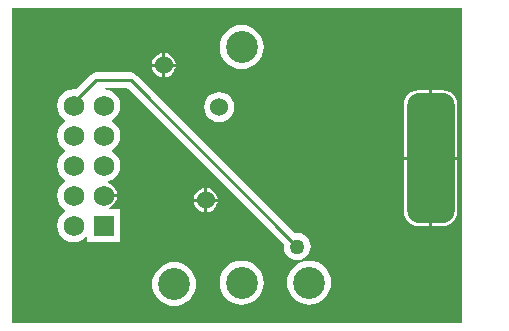
<source format=gbl>
G04 Layer_Physical_Order=2*
G04 Layer_Color=16711680*
%FSLAX25Y25*%
%MOIN*%
G70*
G01*
G75*
%ADD17C,0.01000*%
%ADD18C,0.06000*%
G04:AMPARAMS|DCode=19|XSize=433.07mil|YSize=157.48mil|CornerRadius=39.37mil|HoleSize=0mil|Usage=FLASHONLY|Rotation=90.000|XOffset=0mil|YOffset=0mil|HoleType=Round|Shape=RoundedRectangle|*
%AMROUNDEDRECTD19*
21,1,0.43307,0.07874,0,0,90.0*
21,1,0.35433,0.15748,0,0,90.0*
1,1,0.07874,0.03937,0.17717*
1,1,0.07874,0.03937,-0.17717*
1,1,0.07874,-0.03937,-0.17717*
1,1,0.07874,-0.03937,0.17717*
%
%ADD19ROUNDEDRECTD19*%
%ADD20C,0.10630*%
%ADD21R,0.06890X0.06890*%
%ADD22C,0.06890*%
%ADD23C,0.05000*%
G36*
X272500Y137500D02*
X122500D01*
Y242500D01*
X272500D01*
Y137500D01*
D02*
G37*
%LPC*%
G36*
X173500Y227469D02*
Y224000D01*
X176969D01*
X176897Y224544D01*
X176494Y225517D01*
X175853Y226353D01*
X175017Y226994D01*
X174044Y227397D01*
X173500Y227469D01*
D02*
G37*
G36*
X172500D02*
X171956Y227397D01*
X170983Y226994D01*
X170147Y226353D01*
X169506Y225517D01*
X169103Y224544D01*
X169031Y224000D01*
X172500D01*
Y227469D01*
D02*
G37*
G36*
X199000Y236850D02*
X197566Y236709D01*
X196187Y236291D01*
X194916Y235612D01*
X193802Y234698D01*
X192888Y233584D01*
X192209Y232313D01*
X191791Y230934D01*
X191650Y229500D01*
X191791Y228066D01*
X192209Y226687D01*
X192888Y225416D01*
X193802Y224303D01*
X194916Y223388D01*
X196187Y222709D01*
X197566Y222291D01*
X199000Y222150D01*
X200434Y222291D01*
X201813Y222709D01*
X203084Y223388D01*
X204198Y224303D01*
X205112Y225416D01*
X205791Y226687D01*
X206209Y228066D01*
X206350Y229500D01*
X206209Y230934D01*
X205791Y232313D01*
X205112Y233584D01*
X204198Y234698D01*
X203084Y235612D01*
X201813Y236291D01*
X200434Y236709D01*
X199000Y236850D01*
D02*
G37*
G36*
X176969Y223000D02*
X173500D01*
Y219531D01*
X174044Y219603D01*
X175017Y220006D01*
X175853Y220647D01*
X176494Y221483D01*
X176897Y222456D01*
X176969Y223000D01*
D02*
G37*
G36*
X172500D02*
X169031D01*
X169103Y222456D01*
X169506Y221483D01*
X170147Y220647D01*
X170983Y220006D01*
X171956Y219603D01*
X172500Y219531D01*
Y223000D01*
D02*
G37*
G36*
X191500Y214543D02*
X190195Y214371D01*
X188978Y213867D01*
X187934Y213066D01*
X187133Y212022D01*
X186629Y210805D01*
X186457Y209500D01*
X186629Y208195D01*
X187133Y206978D01*
X187934Y205934D01*
X188978Y205133D01*
X190195Y204629D01*
X191500Y204457D01*
X192805Y204629D01*
X194022Y205133D01*
X195066Y205934D01*
X195868Y206978D01*
X196371Y208195D01*
X196543Y209500D01*
X196371Y210805D01*
X195868Y212022D01*
X195066Y213066D01*
X194022Y213867D01*
X192805Y214371D01*
X191500Y214543D01*
D02*
G37*
G36*
X265937Y215196D02*
X262500D01*
Y193000D01*
X270917D01*
Y210216D01*
X270747Y211505D01*
X270250Y212706D01*
X269458Y213738D01*
X268427Y214529D01*
X267226Y215026D01*
X265937Y215196D01*
D02*
G37*
G36*
X261500D02*
X258063D01*
X256774Y215026D01*
X255573Y214529D01*
X254542Y213738D01*
X253750Y212706D01*
X253253Y211505D01*
X253083Y210216D01*
Y193000D01*
X261500D01*
Y215196D01*
D02*
G37*
G36*
X187500Y182469D02*
Y179000D01*
X190969D01*
X190897Y179544D01*
X190494Y180517D01*
X189853Y181353D01*
X189017Y181994D01*
X188044Y182397D01*
X187500Y182469D01*
D02*
G37*
G36*
X186500D02*
X185956Y182397D01*
X184983Y181994D01*
X184147Y181353D01*
X183506Y180517D01*
X183103Y179544D01*
X183031Y179000D01*
X186500D01*
Y182469D01*
D02*
G37*
G36*
X190969Y178000D02*
X187500D01*
Y174531D01*
X188044Y174603D01*
X189017Y175006D01*
X189853Y175647D01*
X190494Y176483D01*
X190897Y177456D01*
X190969Y178000D01*
D02*
G37*
G36*
X186500D02*
X183031D01*
X183103Y177456D01*
X183506Y176483D01*
X184147Y175647D01*
X184983Y175006D01*
X185956Y174603D01*
X186500Y174531D01*
Y178000D01*
D02*
G37*
G36*
X270917Y192000D02*
X262500D01*
Y169804D01*
X265937D01*
X267226Y169974D01*
X268427Y170471D01*
X269458Y171262D01*
X270250Y172294D01*
X270747Y173495D01*
X270917Y174784D01*
Y192000D01*
D02*
G37*
G36*
X261500D02*
X253083D01*
Y174784D01*
X253253Y173495D01*
X253750Y172294D01*
X254542Y171262D01*
X255573Y170471D01*
X256774Y169974D01*
X258063Y169804D01*
X261500D01*
Y192000D01*
D02*
G37*
G36*
X162000Y221049D02*
X150500D01*
X149524Y220855D01*
X148698Y220302D01*
X143784Y215389D01*
X143000Y215492D01*
X141579Y215305D01*
X140254Y214756D01*
X139117Y213883D01*
X138244Y212746D01*
X137695Y211421D01*
X137508Y210000D01*
X137695Y208579D01*
X138244Y207254D01*
X139117Y206117D01*
X140209Y205279D01*
X140241Y205000D01*
X140209Y204721D01*
X139117Y203883D01*
X138244Y202746D01*
X137695Y201421D01*
X137508Y200000D01*
X137695Y198579D01*
X138244Y197254D01*
X139117Y196117D01*
X140209Y195279D01*
X140241Y195000D01*
X140209Y194721D01*
X139117Y193883D01*
X138244Y192746D01*
X137695Y191421D01*
X137508Y190000D01*
X137695Y188579D01*
X138244Y187254D01*
X139117Y186117D01*
X140209Y185279D01*
X140241Y185000D01*
X140209Y184721D01*
X139117Y183883D01*
X138244Y182746D01*
X137695Y181421D01*
X137508Y180000D01*
X137695Y178579D01*
X138244Y177254D01*
X139117Y176117D01*
X140209Y175279D01*
X140241Y175000D01*
X140209Y174721D01*
X139117Y173883D01*
X138244Y172746D01*
X137695Y171421D01*
X137508Y170000D01*
X137695Y168579D01*
X138244Y167254D01*
X139117Y166117D01*
X140254Y165244D01*
X141579Y164695D01*
X143000Y164508D01*
X144421Y164695D01*
X145746Y165244D01*
X146883Y166117D01*
X147082Y166375D01*
X147555Y166214D01*
Y164555D01*
X158445D01*
Y175445D01*
X154925D01*
X154825Y175945D01*
X155242Y176117D01*
X156170Y176830D01*
X156883Y177758D01*
X157331Y178840D01*
X157417Y179500D01*
X153000D01*
Y180500D01*
X157417D01*
X157331Y181160D01*
X156883Y182242D01*
X156170Y183170D01*
X155242Y183883D01*
X154479Y184198D01*
X154447Y184472D01*
X154504Y184729D01*
X155746Y185244D01*
X156883Y186117D01*
X157756Y187254D01*
X158305Y188579D01*
X158492Y190000D01*
X158305Y191421D01*
X157756Y192746D01*
X156883Y193883D01*
X155791Y194721D01*
X155759Y195000D01*
X155791Y195279D01*
X156883Y196117D01*
X157756Y197254D01*
X158305Y198579D01*
X158492Y200000D01*
X158305Y201421D01*
X157756Y202746D01*
X156883Y203883D01*
X155791Y204721D01*
X155759Y205000D01*
X155791Y205279D01*
X156883Y206117D01*
X157756Y207254D01*
X158305Y208579D01*
X158492Y210000D01*
X158305Y211421D01*
X157756Y212746D01*
X156883Y213883D01*
X155746Y214756D01*
X154421Y215305D01*
X153310Y215451D01*
X153343Y215951D01*
X160944D01*
X213070Y163825D01*
X212961Y163000D01*
X213116Y161825D01*
X213569Y160731D01*
X214291Y159791D01*
X215231Y159069D01*
X216325Y158616D01*
X217500Y158461D01*
X218675Y158616D01*
X219769Y159069D01*
X220709Y159791D01*
X221431Y160731D01*
X221884Y161825D01*
X222039Y163000D01*
X221884Y164175D01*
X221431Y165269D01*
X220709Y166209D01*
X219769Y166931D01*
X218675Y167384D01*
X217500Y167539D01*
X216675Y167430D01*
X163802Y220302D01*
X162976Y220855D01*
X162000Y221049D01*
D02*
G37*
G36*
X221500Y158350D02*
X220066Y158209D01*
X218687Y157791D01*
X217416Y157112D01*
X216302Y156198D01*
X215388Y155084D01*
X214709Y153813D01*
X214291Y152434D01*
X214150Y151000D01*
X214291Y149566D01*
X214709Y148187D01*
X215388Y146916D01*
X216302Y145802D01*
X217416Y144888D01*
X218687Y144209D01*
X220066Y143791D01*
X221500Y143650D01*
X222934Y143791D01*
X224313Y144209D01*
X225584Y144888D01*
X226697Y145802D01*
X227612Y146916D01*
X228291Y148187D01*
X228709Y149566D01*
X228850Y151000D01*
X228709Y152434D01*
X228291Y153813D01*
X227612Y155084D01*
X226697Y156198D01*
X225584Y157112D01*
X224313Y157791D01*
X222934Y158209D01*
X221500Y158350D01*
D02*
G37*
G36*
X199000D02*
X197566Y158209D01*
X196187Y157791D01*
X194916Y157112D01*
X193802Y156198D01*
X192888Y155084D01*
X192209Y153813D01*
X191791Y152434D01*
X191650Y151000D01*
X191791Y149566D01*
X192209Y148187D01*
X192888Y146916D01*
X193802Y145802D01*
X194916Y144888D01*
X196187Y144209D01*
X197566Y143791D01*
X199000Y143650D01*
X200434Y143791D01*
X201813Y144209D01*
X203084Y144888D01*
X204198Y145802D01*
X205112Y146916D01*
X205791Y148187D01*
X206209Y149566D01*
X206350Y151000D01*
X206209Y152434D01*
X205791Y153813D01*
X205112Y155084D01*
X204198Y156198D01*
X203084Y157112D01*
X201813Y157791D01*
X200434Y158209D01*
X199000Y158350D01*
D02*
G37*
G36*
X176500Y157850D02*
X175066Y157709D01*
X173687Y157291D01*
X172416Y156612D01*
X171302Y155698D01*
X170388Y154584D01*
X169709Y153313D01*
X169291Y151934D01*
X169150Y150500D01*
X169291Y149066D01*
X169709Y147687D01*
X170388Y146416D01*
X171302Y145302D01*
X172416Y144388D01*
X173687Y143709D01*
X175066Y143291D01*
X176500Y143150D01*
X177934Y143291D01*
X179313Y143709D01*
X180584Y144388D01*
X181697Y145302D01*
X182612Y146416D01*
X183291Y147687D01*
X183709Y149066D01*
X183850Y150500D01*
X183709Y151934D01*
X183291Y153313D01*
X182612Y154584D01*
X181697Y155698D01*
X180584Y156612D01*
X179313Y157291D01*
X177934Y157709D01*
X176500Y157850D01*
D02*
G37*
%LPD*%
D17*
X150500Y218500D02*
X162000D01*
X217500Y163000D01*
X144500Y212500D02*
X150500Y218500D01*
X144500Y209992D02*
Y212500D01*
D18*
X187000Y178500D02*
D03*
X191500Y209500D02*
D03*
X173000Y223500D02*
D03*
D19*
X262000Y192500D02*
D03*
D20*
X199000Y229500D02*
D03*
X221500Y151000D02*
D03*
X199000D02*
D03*
X176500Y150500D02*
D03*
D21*
X153000Y170000D02*
D03*
D22*
Y180000D02*
D03*
Y190000D02*
D03*
Y200000D02*
D03*
Y210000D02*
D03*
X143000Y170000D02*
D03*
Y180000D02*
D03*
Y190000D02*
D03*
Y200000D02*
D03*
Y210000D02*
D03*
D23*
X217500Y163000D02*
D03*
M02*

</source>
